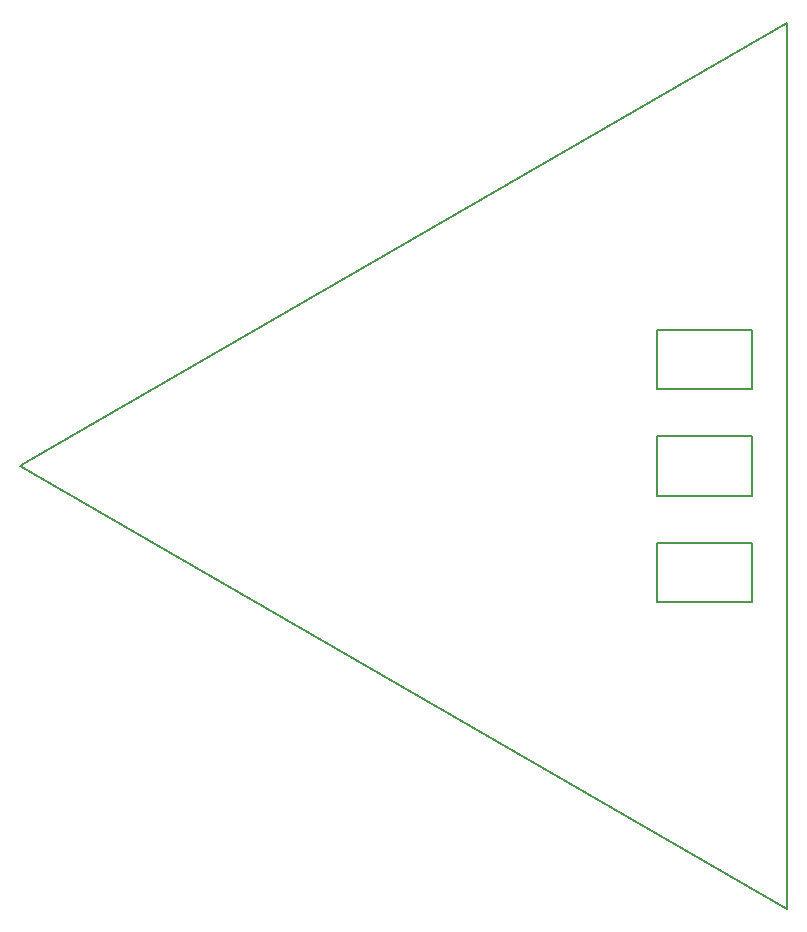
<source format=gbr>
G04 #@! TF.FileFunction,Profile,NP*
%FSLAX46Y46*%
G04 Gerber Fmt 4.6, Leading zero omitted, Abs format (unit mm)*
G04 Created by KiCad (PCBNEW 4.0.7-e2-6376~58~ubuntu14.04.1) date Sat Jul 14 10:26:38 2018*
%MOMM*%
%LPD*%
G01*
G04 APERTURE LIST*
%ADD10C,0.100000*%
%ADD11C,0.150000*%
G04 APERTURE END LIST*
D10*
D11*
X99000000Y-91000000D02*
X107000000Y-91000000D01*
X99000000Y-96000000D02*
X107000000Y-96000000D01*
X107000000Y-96000000D02*
X107000000Y-91000000D01*
X99000000Y-96000000D02*
X99000000Y-91000000D01*
X107000000Y-114000000D02*
X99000000Y-114000000D01*
X107000000Y-109000000D02*
X99000000Y-109000000D01*
X107000000Y-114000000D02*
X107000000Y-109000000D01*
X99000000Y-114000000D02*
X99000000Y-109000000D01*
X99000000Y-100000000D02*
X107000000Y-100000000D01*
X99000000Y-105000000D02*
X99000000Y-100000000D01*
X107000000Y-105000000D02*
X99000000Y-105000000D01*
X107000000Y-100000000D02*
X107000000Y-105000000D01*
X45909369Y-102002743D02*
X45048094Y-102500000D01*
X110000000Y-65000000D02*
X45909369Y-102002743D01*
X110000000Y-140000000D02*
X45048094Y-102500000D01*
X110000000Y-65000000D02*
X110000000Y-140000000D01*
M02*

</source>
